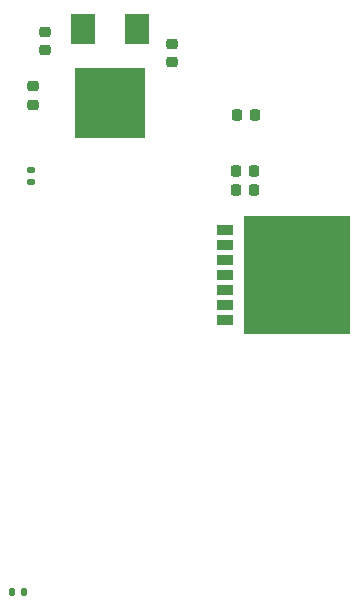
<source format=gbr>
%TF.GenerationSoftware,KiCad,Pcbnew,8.0.7*%
%TF.CreationDate,2025-03-03T11:15:17+09:00*%
%TF.ProjectId,dot_for1,646f745f-666f-4723-912e-6b696361645f,rev?*%
%TF.SameCoordinates,Original*%
%TF.FileFunction,Paste,Top*%
%TF.FilePolarity,Positive*%
%FSLAX46Y46*%
G04 Gerber Fmt 4.6, Leading zero omitted, Abs format (unit mm)*
G04 Created by KiCad (PCBNEW 8.0.7) date 2025-03-03 11:15:17*
%MOMM*%
%LPD*%
G01*
G04 APERTURE LIST*
G04 Aperture macros list*
%AMRoundRect*
0 Rectangle with rounded corners*
0 $1 Rounding radius*
0 $2 $3 $4 $5 $6 $7 $8 $9 X,Y pos of 4 corners*
0 Add a 4 corners polygon primitive as box body*
4,1,4,$2,$3,$4,$5,$6,$7,$8,$9,$2,$3,0*
0 Add four circle primitives for the rounded corners*
1,1,$1+$1,$2,$3*
1,1,$1+$1,$4,$5*
1,1,$1+$1,$6,$7*
1,1,$1+$1,$8,$9*
0 Add four rect primitives between the rounded corners*
20,1,$1+$1,$2,$3,$4,$5,0*
20,1,$1+$1,$4,$5,$6,$7,0*
20,1,$1+$1,$6,$7,$8,$9,0*
20,1,$1+$1,$8,$9,$2,$3,0*%
G04 Aperture macros list end*
%ADD10RoundRect,0.135000X-0.185000X0.135000X-0.185000X-0.135000X0.185000X-0.135000X0.185000X0.135000X0*%
%ADD11R,2.000000X2.500000*%
%ADD12R,6.000000X6.000000*%
%ADD13RoundRect,0.225000X-0.225000X-0.250000X0.225000X-0.250000X0.225000X0.250000X-0.225000X0.250000X0*%
%ADD14R,1.370000X0.930000*%
%ADD15R,9.000000X10.000000*%
%ADD16RoundRect,0.225000X-0.250000X0.225000X-0.250000X-0.225000X0.250000X-0.225000X0.250000X0.225000X0*%
%ADD17RoundRect,0.135000X-0.135000X-0.185000X0.135000X-0.185000X0.135000X0.185000X-0.135000X0.185000X0*%
G04 APERTURE END LIST*
D10*
%TO.C,R2*%
X100200000Y-54890000D03*
X100200000Y-55910000D03*
%TD*%
D11*
%TO.C,IC1*%
X109200000Y-43000000D03*
D12*
X106900000Y-49250000D03*
D11*
X104600000Y-43000000D03*
%TD*%
D13*
%TO.C,C1*%
X117665000Y-50200000D03*
X119215000Y-50200000D03*
%TD*%
D14*
%TO.C,IC2*%
X116647000Y-59990000D03*
X116647000Y-61260000D03*
X116647000Y-62530000D03*
X116647000Y-63800000D03*
X116647000Y-65070000D03*
X116647000Y-66340000D03*
X116647000Y-67610000D03*
D15*
X122772000Y-63800000D03*
%TD*%
D16*
%TO.C,C4*%
X100400000Y-47825000D03*
X100400000Y-49375000D03*
%TD*%
%TO.C,C3*%
X101400000Y-43225000D03*
X101400000Y-44775000D03*
%TD*%
D13*
%TO.C,C6*%
X117597000Y-55000000D03*
X119147000Y-55000000D03*
%TD*%
D17*
%TO.C,R1*%
X98600000Y-90600000D03*
X99620000Y-90600000D03*
%TD*%
D16*
%TO.C,C2*%
X112200000Y-44200000D03*
X112200000Y-45750000D03*
%TD*%
D13*
%TO.C,C5*%
X117597000Y-56600000D03*
X119147000Y-56600000D03*
%TD*%
M02*

</source>
